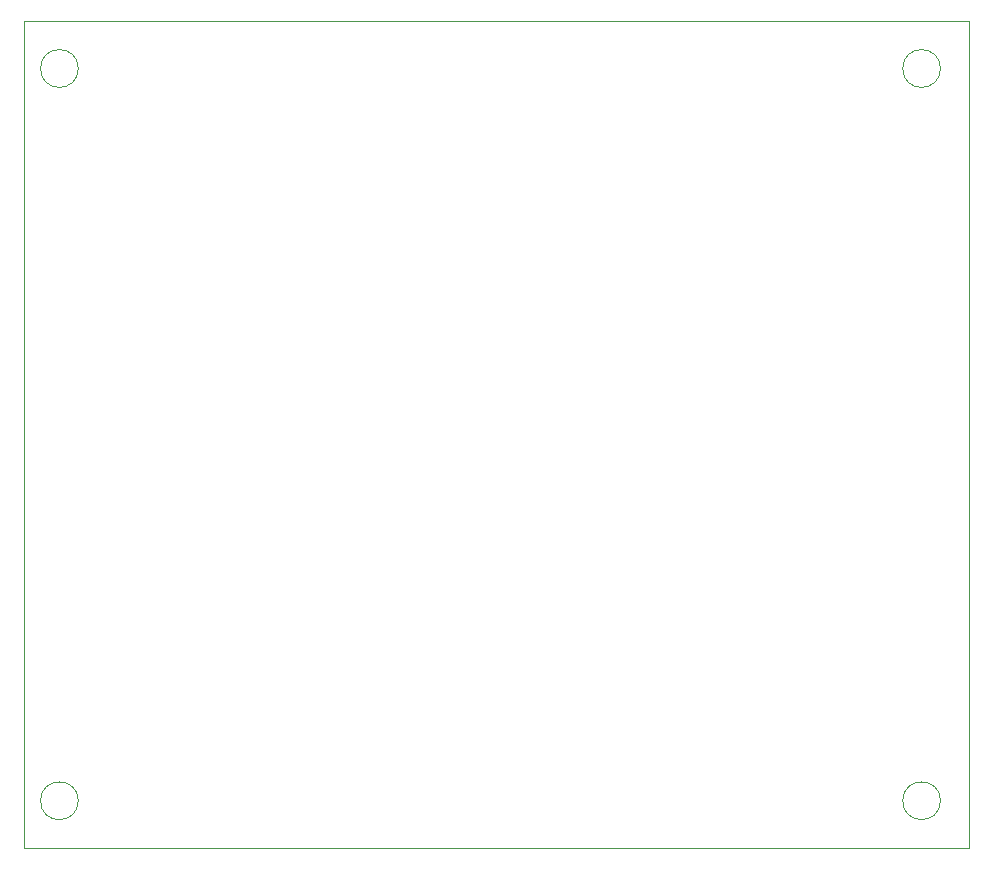
<source format=gm1>
%TF.GenerationSoftware,KiCad,Pcbnew,9.0.3*%
%TF.CreationDate,2025-08-11T14:45:13+09:00*%
%TF.ProjectId,debugVCASeparate,64656275-6756-4434-9153-657061726174,rev?*%
%TF.SameCoordinates,Original*%
%TF.FileFunction,Profile,NP*%
%FSLAX46Y46*%
G04 Gerber Fmt 4.6, Leading zero omitted, Abs format (unit mm)*
G04 Created by KiCad (PCBNEW 9.0.3) date 2025-08-11 14:45:13*
%MOMM*%
%LPD*%
G01*
G04 APERTURE LIST*
%TA.AperFunction,Profile*%
%ADD10C,0.050000*%
%TD*%
G04 APERTURE END LIST*
D10*
X44600000Y-133000000D02*
G75*
G02*
X41400000Y-133000000I-1600000J0D01*
G01*
X41400000Y-133000000D02*
G75*
G02*
X44600000Y-133000000I1600000J0D01*
G01*
X117600000Y-71000000D02*
G75*
G02*
X114400000Y-71000000I-1600000J0D01*
G01*
X114400000Y-71000000D02*
G75*
G02*
X117600000Y-71000000I1600000J0D01*
G01*
X117600000Y-133000000D02*
G75*
G02*
X114400000Y-133000000I-1600000J0D01*
G01*
X114400000Y-133000000D02*
G75*
G02*
X117600000Y-133000000I1600000J0D01*
G01*
X40000000Y-67000000D02*
X120000000Y-67000000D01*
X120000000Y-137000000D01*
X40000000Y-137000000D01*
X40000000Y-67000000D01*
X44600000Y-71000000D02*
G75*
G02*
X41400000Y-71000000I-1600000J0D01*
G01*
X41400000Y-71000000D02*
G75*
G02*
X44600000Y-71000000I1600000J0D01*
G01*
M02*

</source>
